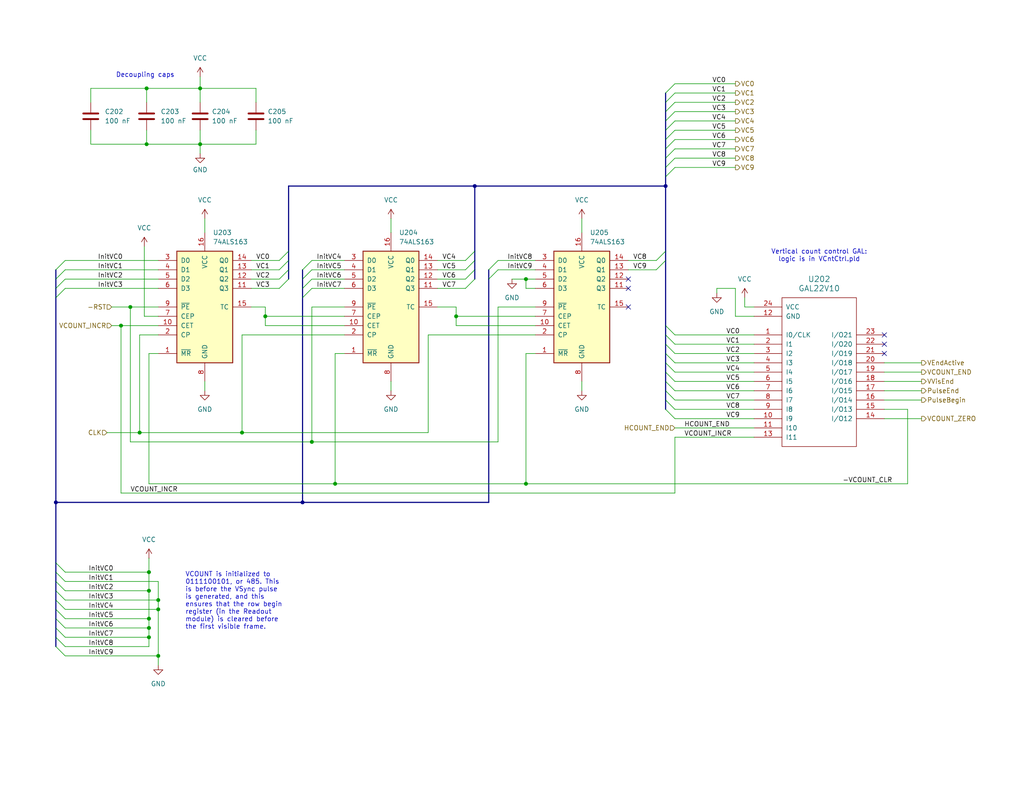
<source format=kicad_sch>
(kicad_sch (version 20231120) (generator "eeschema") (generator_version "8.0")
  (paper "USLetter")
  (title_block (title "Vertical count") (company "daveho hacks"))
  (lib_symbols
    (symbol "74xx:74LS163" (pin_names (offset 1.016))
      (property "Reference" "U" (at -7.62 16.51 0))
      (property "Value" "74LS163" (at -7.62 -16.51 0))
      (symbol "74LS163_1_0"
        (pin input line (at -12.7 -12.7 0) (length 5.08) (name "~{MR}") (number "1"))
        (pin input line (at -12.7 -5.08 0) (length 5.08) (name "CET") (number "10"))
        (pin output line (at 12.7 5.08 180) (length 5.08) (name "Q3") (number "11"))
        (pin output line (at 12.7 7.62 180) (length 5.08) (name "Q2") (number "12"))
        (pin output line (at 12.7 10.16 180) (length 5.08) (name "Q1") (number "13"))
        (pin output line (at 12.7 12.7 180) (length 5.08) (name "Q0") (number "14"))
        (pin output line (at 12.7 0 180) (length 5.08) (name "TC") (number "15"))
        (pin power_in line (at 0 20.32 270) (length 5.08) (name "VCC") (number "16"))
        (pin input line (at -12.7 -7.62 0) (length 5.08) (name "CP") (number "2"))
        (pin input line (at -12.7 12.7 0) (length 5.08) (name "D0") (number "3"))
        (pin input line (at -12.7 10.16 0) (length 5.08) (name "D1") (number "4"))
        (pin input line (at -12.7 7.62 0) (length 5.08) (name "D2") (number "5"))
        (pin input line (at -12.7 5.08 0) (length 5.08) (name "D3") (number "6"))
        (pin input line (at -12.7 -2.54 0) (length 5.08) (name "CEP") (number "7"))
        (pin power_in line (at 0 -20.32 90) (length 5.08) (name "GND") (number "8"))
        (pin input line (at -12.7 0 0) (length 5.08) (name "~{PE}") (number "9"))
      )
      (symbol "74LS163_1_1"
        (rectangle (start -7.62 15.24) (end 7.62 -15.24) (stroke (width 0.254)) (fill (type background)))
      )
    )
    (symbol "Device:C" (pin_numbers hide) (pin_names (offset 0.254))
      (property "Reference" "C" (at 0.635 2.54 0))
      (property "Value" "C" (at 0.635 -2.54 0))
      (symbol "C_0_1"
        (polyline (pts (xy -2.032 -0.762) (xy 2.032 -0.762)) (stroke (width 0.508)))
        (polyline (pts (xy -2.032 0.762) (xy 2.032 0.762)) (stroke (width 0.508)))
      )
      (symbol "C_1_1"
        (pin passive line (at 0 3.81 270) (length 2.794) (name "~") (number "1"))
        (pin passive line (at 0 -3.81 90) (length 2.794) (name "~") (number "2"))
      )
    )
    (symbol "GND_1" (power) (pin_numbers hide) (pin_names (offset 0) hide)
      (property "Value" "GND" (at 0 -3.81 0))
      (symbol "GND_1_0_1"
        (polyline (pts (xy 0 0) (xy 0 -1.27) (xy 1.27 -1.27) (xy 0 -2.54) (xy -1.27 -1.27) (xy 0 -1.27)))
      )
      (symbol "GND_1_1_1"
        (pin power_in line (at 0 0 270) (length 0) (name "~") (number "1"))
      )
    )
    (symbol "GND_2" (power) (pin_numbers hide) (pin_names (offset 0) hide)
      (property "Value" "GND" (at 0 -3.81 0))
      (symbol "GND_2_0_1"
        (polyline (pts (xy 0 0) (xy 0 -1.27) (xy 1.27 -1.27) (xy 0 -2.54) (xy -1.27 -1.27) (xy 0 -1.27)))
      )
      (symbol "GND_2_1_1"
        (pin power_in line (at 0 0 270) (length 0) (name "~") (number "1"))
      )
    )
    (symbol "GND_4" (power) (pin_numbers hide) (pin_names (offset 0) hide)
      (property "Value" "GND" (at 0 -3.81 0))
      (symbol "GND_4_0_1"
        (polyline (pts (xy 0 0) (xy 0 -1.27) (xy 1.27 -1.27) (xy 0 -2.54) (xy -1.27 -1.27) (xy 0 -1.27)))
      )
      (symbol "GND_4_1_1"
        (pin power_in line (at 0 0 270) (length 0) (name "~") (number "1"))
      )
    )
    (symbol "VCC_1" (power) (pin_numbers hide) (pin_names (offset 0) hide)
      (property "Value" "VCC" (at 0 3.556 0))
      (symbol "VCC_1_0_1"
        (polyline (pts (xy -0.762 1.27) (xy 0 2.54)))
        (polyline (pts (xy 0 0) (xy 0 2.54)))
        (polyline (pts (xy 0 2.54) (xy 0.762 1.27)))
      )
      (symbol "VCC_1_1_1"
        (pin power_in line (at 0 0 90) (length 0) (name "~") (number "1"))
      )
    )
    (symbol "VCC_2" (power) (pin_numbers hide) (pin_names (offset 0) hide)
      (property "Value" "VCC" (at 0 3.556 0))
      (symbol "VCC_2_0_1"
        (polyline (pts (xy -0.762 1.27) (xy 0 2.54)))
        (polyline (pts (xy 0 0) (xy 0 2.54)))
        (polyline (pts (xy 0 2.54) (xy 0.762 1.27)))
      )
      (symbol "VCC_2_1_1"
        (pin power_in line (at 0 0 90) (length 0) (name "~") (number "1"))
      )
    )
    (symbol "power:GND" (power) (pin_names (offset 0))
      (property "Value" "GND" (at 0 -3.81 0))
      (symbol "GND_0_1"
        (polyline (pts (xy 0 0) (xy 0 -1.27) (xy 1.27 -1.27) (xy 0 -2.54) (xy -1.27 -1.27) (xy 0 -1.27)))
      )
      (symbol "GND_1_1"
        (pin power_in line (at 0 0 270) (length 0) hide (name "GND") (number "1"))
      )
    )
    (symbol "power:VCC" (power) (pin_names (offset 0))
      (property "Value" "VCC" (at 0 3.81 0))
      (symbol "VCC_0_1"
        (polyline (pts (xy -0.762 1.27) (xy 0 2.54)))
        (polyline (pts (xy 0 0) (xy 0 2.54)))
        (polyline (pts (xy 0 2.54) (xy 0.762 1.27)))
      )
      (symbol "VCC_1_1"
        (pin power_in line (at 0 0 90) (length 0) hide (name "VCC") (number "1"))
      )
    )
    (symbol "ya68k:GAL22V10" (pin_names (offset 1.016))
      (property "Reference" "U" (at -1.27 20.32 0))
      (property "Value" "GAL22V10" (at 0 -24.13 0))
      (symbol "GAL22V10_0_1"
        (rectangle (start -10.16 19.05) (end 10.16 -21.59))
      )
      (symbol "GAL22V10_1_1"
        (pin input line (at -17.78 8.89 0) (length 7.62) (name "I0/CLK") (number "1"))
        (pin input line (at -17.78 -13.97 0) (length 7.62) (name "I9") (number "10"))
        (pin input line (at -17.78 -16.51 0) (length 7.62) (name "I10") (number "11"))
        (pin power_in line (at -17.78 13.97 0) (length 7.62) (name "GND") (number "12"))
        (pin input line (at -17.78 -19.05 0) (length 7.62) (name "I11") (number "13"))
        (pin bidirectional line (at 17.78 -13.97 180) (length 7.62) (name "I/O12") (number "14"))
        (pin bidirectional line (at 17.78 -11.43 180) (length 7.62) (name "I/O13") (number "15"))
        (pin bidirectional line (at 17.78 -8.89 180) (length 7.62) (name "I/O14") (number "16"))
        (pin bidirectional line (at 17.78 -6.35 180) (length 7.62) (name "I/O15") (number "17"))
        (pin bidirectional line (at 17.78 -3.81 180) (length 7.62) (name "I/O16") (number "18"))
        (pin bidirectional line (at 17.78 -1.27 180) (length 7.62) (name "I/O17") (number "19"))
        (pin input line (at -17.78 6.35 0) (length 7.62) (name "I1") (number "2"))
        (pin bidirectional line (at 17.78 1.27 180) (length 7.62) (name "I/O18") (number "20"))
        (pin bidirectional line (at 17.78 3.81 180) (length 7.62) (name "I/O19") (number "21"))
        (pin bidirectional line (at 17.78 6.35 180) (length 7.62) (name "I/O20") (number "22"))
        (pin bidirectional line (at 17.78 8.89 180) (length 7.62) (name "I/O21") (number "23"))
        (pin power_in line (at -17.78 16.51 0) (length 7.62) (name "VCC") (number "24"))
        (pin input line (at -17.78 3.81 0) (length 7.62) (name "I2") (number "3"))
        (pin input line (at -17.78 1.27 0) (length 7.62) (name "I3") (number "4"))
        (pin input line (at -17.78 -1.27 0) (length 7.62) (name "I4") (number "5"))
        (pin input line (at -17.78 -3.81 0) (length 7.62) (name "I5") (number "6"))
        (pin input line (at -17.78 -6.35 0) (length 7.62) (name "I6") (number "7"))
        (pin input line (at -17.78 -8.89 0) (length 7.62) (name "I7") (number "8"))
        (pin input line (at -17.78 -11.43 0) (length 7.62) (name "I8") (number "9"))
      )
    )
  )
  (junction (at 181.61 50.8))
  (junction (at 54.61 24.13))
  (junction (at 15.24 137.16))
  (junction (at 129.54 50.8))
  (junction (at 72.39 86.36))
  (junction (at 143.51 76.2))
  (junction (at 40.64 156.21))
  (junction (at 40.005 24.13))
  (junction (at 91.44 132.08))
  (junction (at 124.46 86.36))
  (junction (at 43.18 163.83))
  (junction (at 38.1 118.11))
  (junction (at 40.64 173.99))
  (junction (at 43.18 166.37))
  (junction (at 33.02 88.9))
  (junction (at 40.005 39.37))
  (junction (at 43.18 179.07))
  (junction (at 66.04 118.11))
  (junction (at 40.64 168.91))
  (junction (at 85.09 120.65))
  (junction (at 40.64 171.45))
  (junction (at 143.51 132.08))
  (junction (at 40.64 161.29))
  (junction (at 35.56 83.82))
  (junction (at 82.55 137.16))
  (junction (at 54.61 39.37))
  (no_connect (at 241.3 93.98))
  (no_connect (at 171.45 83.82))
  (no_connect (at 171.45 78.74))
  (no_connect (at 171.45 76.2))
  (no_connect (at 241.3 96.52))
  (no_connect (at 241.3 91.44))
  (bus_entry (at 82.55 78.74) (size 2.54 -2.54))
  (bus_entry (at 181.61 106.68) (size 2.54 2.54))
  (bus_entry (at 82.55 76.2) (size 2.54 -2.54))
  (bus_entry (at 15.24 166.37) (size 2.54 2.54))
  (bus_entry (at 181.61 48.26) (size 2.54 -2.54))
  (bus_entry (at 133.35 76.2) (size 2.54 -2.54))
  (bus_entry (at 181.61 99.06) (size 2.54 2.54))
  (bus_entry (at 181.61 43.18) (size 2.54 -2.54))
  (bus_entry (at 15.24 163.83) (size 2.54 2.54))
  (bus_entry (at 15.24 156.21) (size 2.54 2.54))
  (bus_entry (at 181.61 111.76) (size 2.54 2.54))
  (bus_entry (at 181.61 38.1) (size 2.54 -2.54))
  (bus_entry (at 181.61 25.4) (size 2.54 -2.54))
  (bus_entry (at 76.2 71.12) (size 2.54 -2.54))
  (bus_entry (at 127 78.74) (size 2.54 -2.54))
  (bus_entry (at 181.61 91.44) (size 2.54 2.54))
  (bus_entry (at 82.55 73.66) (size 2.54 -2.54))
  (bus_entry (at 181.61 30.48) (size 2.54 -2.54))
  (bus_entry (at 181.61 33.02) (size 2.54 -2.54))
  (bus_entry (at 181.61 109.22) (size 2.54 2.54))
  (bus_entry (at 181.61 35.56) (size 2.54 -2.54))
  (bus_entry (at 127 73.66) (size 2.54 -2.54))
  (bus_entry (at 15.24 78.74) (size 2.54 -2.54))
  (bus_entry (at 181.61 40.64) (size 2.54 -2.54))
  (bus_entry (at 181.61 27.94) (size 2.54 -2.54))
  (bus_entry (at 181.61 88.9) (size 2.54 2.54))
  (bus_entry (at 127 71.12) (size 2.54 -2.54))
  (bus_entry (at 76.2 73.66) (size 2.54 -2.54))
  (bus_entry (at 15.24 158.75) (size 2.54 2.54))
  (bus_entry (at 82.55 81.28) (size 2.54 -2.54))
  (bus_entry (at 181.61 104.14) (size 2.54 2.54))
  (bus_entry (at 133.35 73.66) (size 2.54 -2.54))
  (bus_entry (at 15.24 173.99) (size 2.54 2.54))
  (bus_entry (at 15.24 161.29) (size 2.54 2.54))
  (bus_entry (at 179.07 73.66) (size 2.54 -2.54))
  (bus_entry (at 181.61 45.72) (size 2.54 -2.54))
  (bus_entry (at 127 76.2) (size 2.54 -2.54))
  (bus_entry (at 15.24 153.67) (size 2.54 2.54))
  (bus_entry (at 15.24 73.66) (size 2.54 -2.54))
  (bus_entry (at 15.24 168.91) (size 2.54 2.54))
  (bus_entry (at 179.07 71.12) (size 2.54 -2.54))
  (bus_entry (at 76.2 78.74) (size 2.54 -2.54))
  (bus_entry (at 15.24 76.2) (size 2.54 -2.54))
  (bus_entry (at 181.61 101.6) (size 2.54 2.54))
  (bus_entry (at 181.61 93.98) (size 2.54 2.54))
  (bus_entry (at 15.24 176.53) (size 2.54 2.54))
  (bus_entry (at 15.24 81.28) (size 2.54 -2.54))
  (bus_entry (at 76.2 76.2) (size 2.54 -2.54))
  (bus_entry (at 15.24 171.45) (size 2.54 2.54))
  (bus_entry (at 181.61 96.52) (size 2.54 2.54))
  (wire (pts (xy 40.64 132.08) (xy 91.44 132.08)))
  (wire (pts (xy 35.56 120.65) (xy 35.56 83.82)))
  (wire (pts (xy 124.46 83.82) (xy 124.46 86.36)))
  (bus (pts (xy 181.61 38.1) (xy 181.61 40.64)))
  (wire (pts (xy 33.02 88.9) (xy 33.02 134.62)))
  (bus (pts (xy 15.24 161.29) (xy 15.24 163.83)))
  (wire (pts (xy 184.15 93.98) (xy 205.74 93.98)))
  (wire (pts (xy 106.68 59.69) (xy 106.68 63.5)))
  (wire (pts (xy 17.78 168.91) (xy 40.64 168.91)))
  (bus (pts (xy 15.24 163.83) (xy 15.24 166.37)))
  (wire (pts (xy 119.38 76.2) (xy 127 76.2)))
  (wire (pts (xy 91.44 96.52) (xy 93.98 96.52)))
  (wire (pts (xy 184.15 33.02) (xy 200.66 33.02)))
  (wire (pts (xy 38.1 91.44) (xy 43.18 91.44)))
  (bus (pts (xy 133.35 76.2) (xy 133.35 137.16)))
  (wire (pts (xy 200.66 86.36) (xy 205.74 86.36)))
  (wire (pts (xy 247.65 111.76) (xy 247.65 132.08)))
  (bus (pts (xy 15.24 166.37) (xy 15.24 168.91)))
  (wire (pts (xy 135.89 73.66) (xy 146.05 73.66)))
  (wire (pts (xy 66.04 91.44) (xy 66.04 118.11)))
  (wire (pts (xy 203.2 81.28) (xy 203.2 83.82)))
  (wire (pts (xy 43.18 163.83) (xy 43.18 166.37)))
  (wire (pts (xy 184.15 22.86) (xy 200.66 22.86)))
  (bus (pts (xy 82.55 73.66) (xy 82.55 76.2)))
  (wire (pts (xy 116.84 91.44) (xy 146.05 91.44)))
  (wire (pts (xy 200.66 78.74) (xy 195.58 78.74)))
  (wire (pts (xy 241.3 104.14) (xy 251.46 104.14)))
  (wire (pts (xy 171.45 73.66) (xy 179.07 73.66)))
  (bus (pts (xy 129.54 68.58) (xy 129.54 71.12)))
  (wire (pts (xy 17.78 76.2) (xy 43.18 76.2)))
  (bus (pts (xy 181.61 93.98) (xy 181.61 96.52)))
  (bus (pts (xy 181.61 91.44) (xy 181.61 93.98)))
  (wire (pts (xy 85.09 76.2) (xy 93.98 76.2)))
  (bus (pts (xy 15.24 137.16) (xy 82.55 137.16)))
  (wire (pts (xy 241.3 101.6) (xy 251.46 101.6)))
  (wire (pts (xy 143.51 76.2) (xy 139.7 76.2)))
  (wire (pts (xy 119.38 78.74) (xy 127 78.74)))
  (wire (pts (xy 54.61 24.13) (xy 54.61 27.94)))
  (wire (pts (xy 35.56 83.82) (xy 43.18 83.82)))
  (wire (pts (xy 184.15 27.94) (xy 200.66 27.94)))
  (bus (pts (xy 78.74 76.2) (xy 78.74 73.66)))
  (wire (pts (xy 66.04 118.11) (xy 38.1 118.11)))
  (bus (pts (xy 78.74 50.8) (xy 129.54 50.8)))
  (bus (pts (xy 82.55 76.2) (xy 82.55 78.74)))
  (bus (pts (xy 78.74 71.12) (xy 78.74 68.58)))
  (bus (pts (xy 181.61 96.52) (xy 181.61 99.06)))
  (wire (pts (xy 72.39 86.36) (xy 93.98 86.36)))
  (wire (pts (xy 17.78 71.12) (xy 43.18 71.12)))
  (wire (pts (xy 17.78 158.75) (xy 43.18 158.75)))
  (bus (pts (xy 181.61 88.9) (xy 181.61 91.44)))
  (wire (pts (xy 17.78 171.45) (xy 40.64 171.45)))
  (wire (pts (xy 24.765 27.94) (xy 24.765 24.13)))
  (wire (pts (xy 205.74 83.82) (xy 203.2 83.82)))
  (wire (pts (xy 85.09 71.12) (xy 93.98 71.12)))
  (wire (pts (xy 40.64 96.52) (xy 43.18 96.52)))
  (wire (pts (xy 184.15 109.22) (xy 205.74 109.22)))
  (wire (pts (xy 93.98 91.44) (xy 66.04 91.44)))
  (wire (pts (xy 85.09 120.65) (xy 35.56 120.65)))
  (wire (pts (xy 241.3 106.68) (xy 251.46 106.68)))
  (wire (pts (xy 68.58 71.12) (xy 76.2 71.12)))
  (wire (pts (xy 69.85 35.56) (xy 69.85 39.37)))
  (wire (pts (xy 143.51 132.08) (xy 143.51 96.52)))
  (wire (pts (xy 40.64 171.45) (xy 40.64 168.91)))
  (bus (pts (xy 181.61 48.26) (xy 181.61 50.8)))
  (wire (pts (xy 146.05 88.9) (xy 124.46 88.9)))
  (wire (pts (xy 106.68 104.14) (xy 106.68 106.68)))
  (wire (pts (xy 85.09 73.66) (xy 93.98 73.66)))
  (bus (pts (xy 181.61 40.64) (xy 181.61 43.18)))
  (wire (pts (xy 184.15 119.38) (xy 205.74 119.38)))
  (wire (pts (xy 69.85 24.13) (xy 54.61 24.13)))
  (wire (pts (xy 39.37 67.31) (xy 39.37 86.36)))
  (bus (pts (xy 181.61 109.22) (xy 181.61 111.76)))
  (wire (pts (xy 184.15 116.84) (xy 205.74 116.84)))
  (wire (pts (xy 40.64 168.91) (xy 40.64 161.29)))
  (wire (pts (xy 68.58 76.2) (xy 76.2 76.2)))
  (bus (pts (xy 181.61 99.06) (xy 181.61 101.6)))
  (wire (pts (xy 184.15 101.6) (xy 205.74 101.6)))
  (wire (pts (xy 55.88 59.69) (xy 55.88 63.5)))
  (bus (pts (xy 181.61 104.14) (xy 181.61 106.68)))
  (wire (pts (xy 29.21 118.11) (xy 38.1 118.11)))
  (wire (pts (xy 119.38 73.66) (xy 127 73.66)))
  (wire (pts (xy 119.38 71.12) (xy 127 71.12)))
  (bus (pts (xy 133.35 73.66) (xy 133.35 76.2)))
  (wire (pts (xy 40.64 156.21) (xy 40.64 152.4)))
  (wire (pts (xy 40.64 176.53) (xy 40.64 173.99)))
  (wire (pts (xy 24.765 35.56) (xy 24.765 39.37)))
  (wire (pts (xy 116.84 118.11) (xy 66.04 118.11)))
  (wire (pts (xy 241.3 99.06) (xy 251.46 99.06)))
  (wire (pts (xy 184.15 38.1) (xy 200.66 38.1)))
  (wire (pts (xy 40.005 35.56) (xy 40.005 39.37)))
  (wire (pts (xy 68.58 78.74) (xy 76.2 78.74)))
  (wire (pts (xy 17.78 73.66) (xy 43.18 73.66)))
  (wire (pts (xy 146.05 78.74) (xy 143.51 78.74)))
  (bus (pts (xy 15.24 81.28) (xy 15.24 137.16)))
  (wire (pts (xy 184.15 111.76) (xy 205.74 111.76)))
  (bus (pts (xy 181.61 25.4) (xy 181.61 27.94)))
  (wire (pts (xy 171.45 71.12) (xy 179.07 71.12)))
  (wire (pts (xy 135.89 71.12) (xy 146.05 71.12)))
  (wire (pts (xy 38.1 118.11) (xy 38.1 91.44)))
  (wire (pts (xy 143.51 132.08) (xy 247.65 132.08)))
  (wire (pts (xy 184.15 30.48) (xy 200.66 30.48)))
  (wire (pts (xy 17.78 156.21) (xy 40.64 156.21)))
  (wire (pts (xy 85.09 83.82) (xy 85.09 120.65)))
  (bus (pts (xy 78.74 68.58) (xy 78.74 50.8)))
  (wire (pts (xy 184.15 134.62) (xy 184.15 119.38)))
  (wire (pts (xy 68.58 73.66) (xy 76.2 73.66)))
  (wire (pts (xy 85.09 120.65) (xy 135.89 120.65)))
  (wire (pts (xy 69.85 39.37) (xy 54.61 39.37)))
  (wire (pts (xy 24.765 39.37) (xy 40.005 39.37)))
  (wire (pts (xy 91.44 132.08) (xy 143.51 132.08)))
  (wire (pts (xy 184.15 43.18) (xy 200.66 43.18)))
  (wire (pts (xy 158.75 59.69) (xy 158.75 63.5)))
  (bus (pts (xy 15.24 153.67) (xy 15.24 156.21)))
  (wire (pts (xy 17.78 78.74) (xy 43.18 78.74)))
  (wire (pts (xy 91.44 132.08) (xy 91.44 96.52)))
  (bus (pts (xy 181.61 71.12) (xy 181.61 88.9)))
  (wire (pts (xy 93.98 83.82) (xy 85.09 83.82)))
  (wire (pts (xy 17.78 176.53) (xy 40.64 176.53)))
  (wire (pts (xy 24.765 24.13) (xy 40.005 24.13)))
  (bus (pts (xy 181.61 101.6) (xy 181.61 104.14)))
  (bus (pts (xy 181.61 50.8) (xy 181.61 68.58)))
  (wire (pts (xy 68.58 83.82) (xy 72.39 83.82)))
  (bus (pts (xy 129.54 50.8) (xy 129.54 68.58)))
  (bus (pts (xy 129.54 50.8) (xy 181.61 50.8)))
  (wire (pts (xy 119.38 83.82) (xy 124.46 83.82)))
  (wire (pts (xy 54.61 39.37) (xy 54.61 41.91)))
  (bus (pts (xy 15.24 137.16) (xy 15.24 153.67)))
  (wire (pts (xy 54.61 20.955) (xy 54.61 24.13)))
  (wire (pts (xy 93.98 88.9) (xy 72.39 88.9)))
  (wire (pts (xy 200.66 86.36) (xy 200.66 78.74)))
  (bus (pts (xy 15.24 168.91) (xy 15.24 171.45)))
  (wire (pts (xy 184.15 99.06) (xy 205.74 99.06)))
  (wire (pts (xy 184.15 40.64) (xy 200.66 40.64)))
  (bus (pts (xy 181.61 33.02) (xy 181.61 35.56)))
  (wire (pts (xy 40.64 173.99) (xy 40.64 171.45)))
  (wire (pts (xy 124.46 86.36) (xy 146.05 86.36)))
  (wire (pts (xy 184.15 104.14) (xy 205.74 104.14)))
  (wire (pts (xy 40.64 132.08) (xy 40.64 96.52)))
  (wire (pts (xy 135.89 83.82) (xy 146.05 83.82)))
  (wire (pts (xy 241.3 111.76) (xy 247.65 111.76)))
  (wire (pts (xy 30.48 83.82) (xy 35.56 83.82)))
  (wire (pts (xy 184.15 91.44) (xy 205.74 91.44)))
  (bus (pts (xy 15.24 158.75) (xy 15.24 161.29)))
  (bus (pts (xy 181.61 68.58) (xy 181.61 71.12)))
  (bus (pts (xy 181.61 45.72) (xy 181.61 48.26)))
  (wire (pts (xy 143.51 76.2) (xy 146.05 76.2)))
  (wire (pts (xy 43.18 86.36) (xy 39.37 86.36)))
  (bus (pts (xy 15.24 173.99) (xy 15.24 176.53)))
  (wire (pts (xy 54.61 35.56) (xy 54.61 39.37)))
  (bus (pts (xy 82.55 78.74) (xy 82.55 81.28)))
  (wire (pts (xy 241.3 109.22) (xy 251.46 109.22)))
  (wire (pts (xy 184.15 25.4) (xy 200.66 25.4)))
  (bus (pts (xy 181.61 43.18) (xy 181.61 45.72)))
  (wire (pts (xy 241.3 114.3) (xy 251.46 114.3)))
  (bus (pts (xy 181.61 27.94) (xy 181.61 30.48)))
  (wire (pts (xy 17.78 163.83) (xy 43.18 163.83)))
  (wire (pts (xy 33.02 134.62) (xy 184.15 134.62)))
  (wire (pts (xy 184.15 114.3) (xy 205.74 114.3)))
  (wire (pts (xy 40.64 161.29) (xy 40.64 156.21)))
  (wire (pts (xy 184.15 106.68) (xy 205.74 106.68)))
  (wire (pts (xy 124.46 88.9) (xy 124.46 86.36)))
  (wire (pts (xy 17.78 166.37) (xy 43.18 166.37)))
  (bus (pts (xy 15.24 76.2) (xy 15.24 78.74)))
  (bus (pts (xy 15.24 171.45) (xy 15.24 173.99)))
  (bus (pts (xy 82.55 137.16) (xy 133.35 137.16)))
  (bus (pts (xy 82.55 81.28) (xy 82.55 137.16)))
  (bus (pts (xy 181.61 106.68) (xy 181.61 109.22)))
  (wire (pts (xy 184.15 35.56) (xy 200.66 35.56)))
  (bus (pts (xy 15.24 156.21) (xy 15.24 158.75)))
  (bus (pts (xy 129.54 71.12) (xy 129.54 73.66)))
  (wire (pts (xy 143.51 78.74) (xy 143.51 76.2)))
  (wire (pts (xy 184.15 45.72) (xy 200.66 45.72)))
  (wire (pts (xy 17.78 173.99) (xy 40.64 173.99)))
  (wire (pts (xy 72.39 83.82) (xy 72.39 86.36)))
  (wire (pts (xy 184.15 96.52) (xy 205.74 96.52)))
  (wire (pts (xy 85.09 78.74) (xy 93.98 78.74)))
  (wire (pts (xy 143.51 96.52) (xy 146.05 96.52)))
  (wire (pts (xy 116.84 91.44) (xy 116.84 118.11)))
  (wire (pts (xy 135.89 120.65) (xy 135.89 83.82)))
  (wire (pts (xy 43.18 158.75) (xy 43.18 163.83)))
  (bus (pts (xy 181.61 30.48) (xy 181.61 33.02)))
  (wire (pts (xy 69.85 27.94) (xy 69.85 24.13)))
  (wire (pts (xy 195.58 78.74) (xy 195.58 80.01)))
  (bus (pts (xy 15.24 73.66) (xy 15.24 76.2)))
  (wire (pts (xy 43.18 179.07) (xy 43.18 181.61)))
  (wire (pts (xy 33.02 88.9) (xy 43.18 88.9)))
  (wire (pts (xy 158.75 104.14) (xy 158.75 106.68)))
  (wire (pts (xy 17.78 161.29) (xy 40.64 161.29)))
  (bus (pts (xy 129.54 73.66) (xy 129.54 76.2)))
  (wire (pts (xy 17.78 179.07) (xy 43.18 179.07)))
  (bus (pts (xy 78.74 73.66) (xy 78.74 71.12)))
  (wire (pts (xy 40.005 24.13) (xy 40.005 27.94)))
  (wire (pts (xy 72.39 88.9) (xy 72.39 86.36)))
  (wire (pts (xy 30.48 88.9) (xy 33.02 88.9)))
  (wire (pts (xy 43.18 166.37) (xy 43.18 179.07)))
  (wire (pts (xy 40.005 39.37) (xy 54.61 39.37)))
  (wire (pts (xy 40.005 24.13) (xy 54.61 24.13)))
  (bus (pts (xy 181.61 35.56) (xy 181.61 38.1)))
  (bus (pts (xy 15.24 78.74) (xy 15.24 81.28)))
  (wire (pts (xy 55.88 104.14) (xy 55.88 106.68)))
  (text "Decoupling caps" (at 39.624 20.574 0) (effects (font (size 1.27 1.27))))
  (text "Vertical count control GAL:\nlogic is in VCntCtrl.pld" (at 223.52 69.85 0) (effects (font (size 1.27 1.27))))
  (text "VCOUNT is initialized to\n0111100101, or 485. This\nis before the VSync pulse\nis generated, and this\nensures that the row begin\nregister (in the Readout\nmodule) is cleared before\nthe first visible frame." (at 50.546 164.084 0) (effects (font (size 1.27 1.27)) (justify left)))
  (label "InitVC6" (at 24.13 171.45 0))
  (label "VC8" (at 194.31 43.18 0))
  (label "VC1" (at 198.12 93.98 0))
  (label "VC4" (at 198.12 101.6 0))
  (label "VC5" (at 120.65 73.66 0))
  (label "VC7" (at 120.65 78.74 0))
  (label "InitVC7" (at 86.36 78.74 0))
  (label "InitVC0" (at 26.67 71.12 0))
  (label "InitVC5" (at 24.13 168.91 0))
  (label "InitVC3" (at 26.67 78.74 0))
  (label "VC3" (at 194.31 30.48 0))
  (label "InitVC2" (at 24.13 161.29 0))
  (label "VCOUNT_INCR" (at 35.56 134.62 0))
  (label "VC1" (at 194.31 25.4 0))
  (label "InitVC3" (at 24.13 163.83 0))
  (label "InitVC0" (at 24.13 156.21 0))
  (label "-VCOUNT_CLR" (at 229.87 132.08 0))
  (label "InitVC2" (at 26.67 76.2 0))
  (label "VC9" (at 194.31 45.72 0))
  (label "InitVC1" (at 24.13 158.75 0))
  (label "VC3" (at 198.12 99.06 0))
  (label "InitVC9" (at 24.13 179.07 0))
  (label "VC7" (at 198.12 109.22 0))
  (label "VC2" (at 194.31 27.94 0))
  (label "VC0" (at 69.85 71.12 0))
  (label "VC9" (at 172.72 73.66 0))
  (label "VC0" (at 198.12 91.44 0))
  (label "InitVC6" (at 86.36 76.2 0))
  (label "VC2" (at 198.12 96.52 0))
  (label "InitVC4" (at 24.13 166.37 0))
  (label "InitVC5" (at 86.36 73.66 0))
  (label "InitVC4" (at 86.36 71.12 0))
  (label "VC1" (at 69.85 73.66 0))
  (label "VC4" (at 120.65 71.12 0))
  (label "VC0" (at 194.31 22.86 0))
  (label "VC4" (at 194.31 33.02 0))
  (label "VC3" (at 69.85 78.74 0))
  (label "InitVC1" (at 26.67 73.66 0))
  (label "VC2" (at 69.85 76.2 0))
  (label "VC6" (at 198.12 106.68 0))
  (label "VC8" (at 172.72 71.12 0))
  (label "InitVC8" (at 138.43 71.12 0))
  (label "InitVC9" (at 138.43 73.66 0))
  (label "VC6" (at 120.65 76.2 0))
  (label "VCOUNT_INCR" (at 186.69 119.38 0))
  (label "HCOUNT_END" (at 186.69 116.84 0))
  (label "VC6" (at 194.31 38.1 0))
  (label "VC7" (at 194.31 40.64 0))
  (label "InitVC7" (at 24.13 173.99 0))
  (label "VC5" (at 194.31 35.56 0))
  (label "VC8" (at 198.12 111.76 0))
  (label "VC5" (at 198.12 104.14 0))
  (label "InitVC8" (at 24.13 176.53 0))
  (label "VC9" (at 198.12 114.3 0))
  (hierarchical_label "VC2" (shape output) (at 200.66 27.94 0))
  (hierarchical_label "VC9" (shape output) (at 200.66 45.72 0))
  (hierarchical_label "VC0" (shape output) (at 200.66 22.86 0))
  (hierarchical_label "VC7" (shape output) (at 200.66 40.64 0))
  (hierarchical_label "VVisEnd" (shape output) (at 251.46 104.14 0))
  (hierarchical_label "PulseEnd" (shape output) (at 251.46 106.68 0))
  (hierarchical_label "HCOUNT_END" (shape input) (at 184.15 116.84 180))
  (hierarchical_label "VC1" (shape output) (at 200.66 25.4 0))
  (hierarchical_label "CLK" (shape input) (at 29.21 118.11 180))
  (hierarchical_label "VCOUNT_INCR" (shape input) (at 30.48 88.9 180))
  (hierarchical_label "-RST" (shape input) (at 30.48 83.82 180))
  (hierarchical_label "VC4" (shape output) (at 200.66 33.02 0))
  (hierarchical_label "VC3" (shape output) (at 200.66 30.48 0))
  (hierarchical_label "VC8" (shape output) (at 200.66 43.18 0))
  (hierarchical_label "VC5" (shape output) (at 200.66 35.56 0))
  (hierarchical_label "VCOUNT_END" (shape output) (at 251.46 101.6 0))
  (hierarchical_label "VEndActive" (shape output) (at 251.46 99.06 0))
  (hierarchical_label "VCOUNT_ZERO" (shape output) (at 251.46 114.3 0))
  (hierarchical_label "PulseBegin" (shape output) (at 251.46 109.22 0))
  (hierarchical_label "VC6" (shape output) (at 200.66 38.1 0))
  (symbol (lib_id "power:VCC") (at 158.75 59.69 0) (unit 1)
    (property "Reference" "#PWR030" (effects (hide yes)))
    (property "Value" "VCC" (at 158.75 54.61 0))
  )
  (symbol (lib_name "GND_1") (lib_id "power:GND") (at 195.58 80.01 0) (unit 1)
    (property "Reference" "#PWR032" (effects (hide yes)))
    (property "Value" "GND" (at 195.58 85.09 0))
    (property "Description" "Power symbol creates a global label with name \"GND\" , ground" (effects (hide yes)))
  )
  (symbol (lib_name "VCC_1") (lib_id "power:VCC") (at 203.2 81.28 0) (unit 1)
    (property "Reference" "#PWR033" (effects (hide yes)))
    (property "Value" "VCC" (at 203.2 76.2 0))
    (property "Description" "Power symbol creates a global label with name \"VCC\"" (effects (hide yes)))
  )
  (symbol (lib_name "GND_2") (lib_id "power:GND") (at 43.18 181.61 0) (unit 1)
    (property "Reference" "#PWR024" (effects (hide yes)))
    (property "Value" "GND" (at 43.18 186.69 0))
    (property "Description" "Power symbol creates a global label with name \"GND\" , ground" (effects (hide yes)))
  )
  (symbol (lib_id "74xx:74LS163") (at 158.75 83.82 0) (unit 1)
    (property "Reference" "U205" (at 160.9441 63.5 0) (effects (justify left)))
    (property "Value" "74ALS163" (at 160.9441 66.04 0) (effects (justify left)))
    (property "Footprint" "Package_SO:SOIC-16W_5.3x10.2mm_P1.27mm" (effects (hide yes)))
    (property "Datasheet" "http://www.ti.com/lit/gpn/sn74LS163" (effects (hide yes)))
  )
  (symbol (lib_id "Device:C") (at 69.85 31.75 0) (unit 1)
    (property "Reference" "C205" (at 73.025 30.4799 0) (effects (justify left)))
    (property "Value" "100 nF" (at 73.025 33.0199 0) (effects (justify left)))
    (property "Footprint" "Capacitor_SMD:C_0805_2012Metric_Pad1.18x1.45mm_HandSolder" (effects (hide yes)))
  )
  (symbol (lib_id "74xx:74LS163") (at 55.88 83.82 0) (unit 1)
    (property "Reference" "U203" (at 58.0741 63.5 0) (effects (justify left)))
    (property "Value" "74ALS163" (at 58.0741 66.04 0) (effects (justify left)))
    (property "Footprint" "Package_SO:SOIC-16W_5.3x10.2mm_P1.27mm" (effects (hide yes)))
    (property "Datasheet" "http://www.ti.com/lit/gpn/sn74LS163" (effects (hide yes)))
  )
  (symbol (lib_id "power:VCC") (at 55.88 59.69 0) (unit 1)
    (property "Reference" "#PWR020" (effects (hide yes)))
    (property "Value" "VCC" (at 55.88 54.61 0))
  )
  (symbol (lib_id "power:GND") (at 55.88 106.68 0) (unit 1)
    (property "Reference" "#PWR021" (effects (hide yes)))
    (property "Value" "GND" (at 55.88 111.76 0))
  )
  (symbol (lib_id "power:VCC") (at 54.61 20.955 0) (unit 1)
    (property "Reference" "#PWR034" (effects (hide yes)))
    (property "Value" "VCC" (at 54.61 15.875 0))
  )
  (symbol (lib_id "power:GND") (at 54.61 41.91 0) (unit 1)
    (property "Reference" "#PWR035" (effects (hide yes)))
    (property "Value" "GND" (at 54.61 46.355 0))
  )
  (symbol (lib_id "Device:C") (at 24.765 31.75 0) (unit 1)
    (property "Reference" "C202" (at 28.575 30.4799 0) (effects (justify left)))
    (property "Value" "100 nF" (at 28.575 33.0199 0) (effects (justify left)))
    (property "Footprint" "Capacitor_SMD:C_0805_2012Metric_Pad1.18x1.45mm_HandSolder" (effects (hide yes)))
  )
  (symbol (lib_id "power:GND") (at 158.75 106.68 0) (unit 1)
    (property "Reference" "#PWR031" (effects (hide yes)))
    (property "Value" "GND" (at 158.75 111.76 0))
  )
  (symbol (lib_id "power:VCC") (at 39.37 67.31 0) (unit 1)
    (property "Reference" "#PWR019" (effects (hide yes)))
    (property "Value" "VCC" (at 39.37 62.23 0))
  )
  (symbol (lib_id "power:GND") (at 106.68 106.68 0) (unit 1)
    (property "Reference" "#PWR027" (effects (hide yes)))
    (property "Value" "GND" (at 106.68 111.76 0))
  )
  (symbol (lib_id "ya68k:GAL22V10") (at 223.52 100.33 0) (unit 1)
    (property "Reference" "U202" (at 223.52 76.2 0) (effects (font (size 1.524 1.524))))
    (property "Value" "GAL22V10" (at 223.52 78.74 0) (effects (font (size 1.524 1.524))))
    (property "Footprint" "Package_SO:SOIC-24W_7.5x15.4mm_P1.27mm" (effects (hide yes)))
  )
  (symbol (lib_id "power:VCC") (at 106.68 59.69 0) (unit 1)
    (property "Reference" "#PWR026" (effects (hide yes)))
    (property "Value" "VCC" (at 106.68 54.61 0))
  )
  (symbol (lib_id "74xx:74LS163") (at 106.68 83.82 0) (unit 1)
    (property "Reference" "U204" (at 108.8741 63.5 0) (effects (justify left)))
    (property "Value" "74ALS163" (at 108.8741 66.04 0) (effects (justify left)))
    (property "Footprint" "Package_SO:SOIC-16W_5.3x10.2mm_P1.27mm" (effects (hide yes)))
    (property "Datasheet" "http://www.ti.com/lit/gpn/sn74LS163" (effects (hide yes)))
  )
  (symbol (lib_name "VCC_2") (lib_id "power:VCC") (at 40.64 152.4 0) (unit 1)
    (property "Reference" "#PWR018" (effects (hide yes)))
    (property "Value" "VCC" (at 40.64 147.32 0))
    (property "Description" "Power symbol creates a global label with name \"VCC\"" (effects (hide yes)))
  )
  (symbol (lib_name "GND_4") (lib_id "power:GND") (at 139.7 76.2 0) (unit 1)
    (property "Reference" "#PWR025" (effects (hide yes)))
    (property "Value" "GND" (at 139.7 81.28 0))
    (property "Description" "Power symbol creates a global label with name \"GND\" , ground" (effects (hide yes)))
  )
  (symbol (lib_id "Device:C") (at 54.61 31.75 0) (unit 1)
    (property "Reference" "C204" (at 57.785 30.4799 0) (effects (justify left)))
    (property "Value" "100 nF" (at 57.785 33.0199 0) (effects (justify left)))
    (property "Footprint" "Capacitor_SMD:C_0805_2012Metric_Pad1.18x1.45mm_HandSolder" (effects (hide yes)))
  )
  (symbol (lib_id "Device:C") (at 40.005 31.75 0) (unit 1)
    (property "Reference" "C203" (at 43.815 30.4799 0) (effects (justify left)))
    (property "Value" "100 nF" (at 43.815 33.0199 0) (effects (justify left)))
    (property "Footprint" "Capacitor_SMD:C_0805_2012Metric_Pad1.18x1.45mm_HandSolder" (effects (hide yes)))
  )
)
</source>
